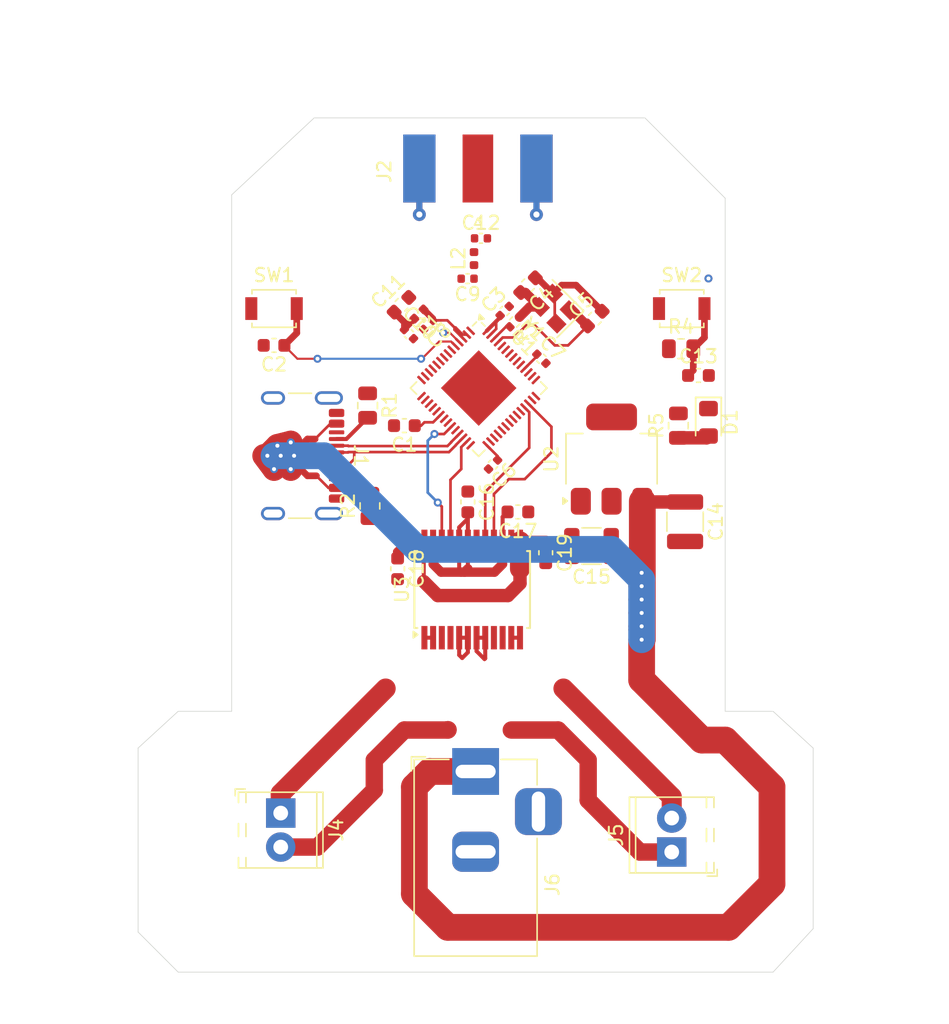
<source format=kicad_pcb>
(kicad_pcb (version 20240108) (generator "pcbnew") (generator_version "8.0")
  (layers (0 "F.Cu" signal) (1 "In1.Cu" power) (2 "In2.Cu" signal) (31 "B.Cu" signal) (34 "B.Paste" user) (35 "F.Paste" user) (36 "B.SilkS" user "B.Silkscreen") (37 "F.SilkS" user "F.Silkscreen") (38 "B.Mask" user) (39 "F.Mask" user) (44 "Edge.Cuts" user))
  (net 0 "")
  (net 1 "GND")
  (net 2 "+3.3V")
  (net 3 "IO0")
  (net 4 "Net-(C4-Pad2)")
  (net 5 "Net-(U1-XTAL_N)")
  (net 6 "+3.3VA")
  (net 7 "Net-(U1-LNA_IN)")
  (net 8 "Net-(J2-In)")
  (net 9 "ENABLE")
  (net 10 "Vin")
  (net 11 "Net-(D1-A)")
  (net 12 "Net-(J1-CC1)")
  (net 15 "D+")
  (net 18 "Net-(J1-CC2)")
  (net 21 "D-")
  (net 22 "Net-(J4-Pin_1)")
  (net 23 "Net-(J4-Pin_2)")
  (net 24 "Net-(J5-Pin_1)")
  (net 25 "Net-(J5-Pin_2)")
  (net 26 "Net-(U1-XTAL_P)")
  (net 63 "AIN_1")
  (net 64 "BIN_2")
  (net 65 "BIN_1")
  (net 66 "AIN_2")
  (footprint "Capacitor_SMD:C_0603_1608Metric" (layer "F.Cu") (at 149.495 85.95 -90)
    (property "Reference" "C16")
    (property "Value" "0.1uF")
  )
  (footprint "Capacitor_SMD:C_0402_1005Metric" (layer "F.Cu") (at 149.48 69.265 180)
    (property "Reference" "C9")
    (property "Value" "3.3p")
  )
  (footprint "Capacitor_SMD:C_0603_1608Metric" (layer "F.Cu") (at 144.533399 71.216601 45)
    (property "Reference" "C11")
    (property "Value" "10u")
  )
  (footprint "Capacitor_SMD:C_0603_1608Metric" (layer "F.Cu") (at 153.245 86.7 180)
    (property "Reference" "C17")
    (property "Value" "10uF")
  )
  (footprint "Crystal:Crystal_SMD_2520-4Pin_2.5x2.0mm" (layer "F.Cu") (at 156 71.5 135)
    (property "Reference" "Y1")
    (property "Value" "40MHz")
  )
  (footprint "Capacitor_SMD:C_0402_1005Metric" (layer "F.Cu") (at 150.48 66.25)
    (property "Reference" "C12")
    (property "Value" "3.3p")
  )
  (footprint "Connector_BarrelJack:BarrelJack_Horizontal" (layer "F.Cu") (at 150.08 106.1 90)
    (property "Reference" "J6")
    (property "Value" "Barrel_Jack_Switch")
  )
  (footprint "Capacitor_SMD:C_0402_1005Metric" (layer "F.Cu") (at 152.254091 71.677532 45)
    (property "Reference" "C3")
    (property "Value" "100n")
  )
  (footprint "TerminalBlock_Phoenix:TerminalBlock_Phoenix_MPT-0,5-2-2.54_1x02_P2.54mm_Horizontal" (layer "F.Cu") (at 164.75 112.12 90)
    (property "Reference" "J5")
    (property "Value" "Motor_2")
  )
  (footprint "Capacitor_SMD:C_0603_1608Metric" (layer "F.Cu") (at 154 69.75 -135)
    (property "Reference" "C4")
    (property "Value" "10p")
  )
  (footprint "Capacitor_SMD:C_0603_1608Metric" (layer "F.Cu") (at 155.325 89.75 -90)
    (property "Reference" "C19")
    (property "Value" "10uF")
  )
  (footprint "Package_DFN_QFN:QFN-56-1EP_7x7mm_P0.4mm_EP4x4mm" (layer "F.Cu") (at 150.309548 77.440452 -45)
    (property "Reference" "U1")
    (property "Value" "ESP32-S3")
  )
  (footprint "Button_Switch_SMD:SW_SPST_B3U-1000P" (layer "F.Cu") (at 135 71.5)
    (property "Reference" "SW1")
    (property "Value" "SW_Push")
  )
  (footprint "Capacitor_SMD:C_0402_1005Metric" (layer "F.Cu") (at 145.092947 73.407053 -45)
    (property "Reference" "C10")
    (property "Value" "100n")
  )
  (footprint "Capacitor_SMD:C_0603_1608Metric" (layer "F.Cu") (at 144.75 80.25 180)
    (property "Reference" "C1")
    (property "Value" "10u")
  )
  (footprint "Resistor_SMD:R_0805_2012Metric" (layer "F.Cu") (at 142.175 86.25 90)
    (property "Reference" "R2")
    (property "Value" "5.7k")
  )
  (footprint "Inductor_SMD:L_0402_1005Metric" (layer "F.Cu") (at 149.96 67.765 90)
    (property "Reference" "L2")
    (property "Value" "2.2n")
  )
  (footprint "Connector_Coaxial:SMA_Molex_73251-1153_EdgeMount_Horizontal" (layer "F.Cu") (at 150.25 62.75 -90)
    (property "Reference" "J2")
    (property "Value" "Conn_Coaxial")
  )
  (footprint "Resistor_SMD:R_0402_1005Metric" (layer "F.Cu") (at 153 72.5 -135)
    (property "Reference" "R3")
    (property "Value" "22k")
  )
  (footprint "Button_Switch_SMD:SW_SPST_B3U-1000P" (layer "F.Cu") (at 165.5 71.5)
    (property "Reference" "SW2")
    (property "Value" "SW_Push")
  )
  (footprint "Capacitor_SMD:C_0603_1608Metric" (layer "F.Cu") (at 135 74.249999 180)
    (property "Reference" "C2")
    (property "Value" "0.1u")
  )
  (footprint "Resistor_SMD:R_0805_2012Metric" (layer "F.Cu") (at 142 78.75 -90)
    (property "Reference" "R1")
    (property "Value" "5.7k")
  )
  (footprint "TerminalBlock_Phoenix:TerminalBlock_Phoenix_MPT-0,5-2-2.54_1x02_P2.54mm_Horizontal" (layer "F.Cu") (at 135.5 109.21 -90)
    (property "Reference" "J4")
    (property "Value" "Motor_1")
  )
  (footprint "Capacitor_SMD:C_0603_1608Metric" (layer "F.Cu") (at 166.75 76.5)
    (property "Reference" "C13")
    (property "Value" "10u")
  )
  (footprint "Capacitor_SMD:C_1210_3225Metric" (layer "F.Cu") (at 158.75 89.25 180)
    (property "Reference" "C15")
    (property "Value" "22u")
  )
  (footprint "Resistor_SMD:R_0805_2012Metric" (layer "F.Cu") (at 165.25 80.25 90)
    (property "Reference" "R5")
    (property "Value" "5.7k")
  )
  (footprint "Capacitor_SMD:C_0603_1608Metric" (layer "F.Cu") (at 159 72.25 45)
    (property "Reference" "C5")
    (property "Value" "10p")
  )
  (footprint "Capacitor_SMD:C_0402_1005Metric" (layer "F.Cu") (at 151.38435 83.153875 -135)
    (property "Reference" "C6")
    (property "Value" "100n")
  )
  (footprint "Capacitor_SMD:C_1210_3225Metric" (layer "F.Cu") (at 165.75 87.430001 -90)
    (property "Reference" "C14")
    (property "Value" "22u")
  )
  (footprint "Package_TO_SOT_SMD:SOT-223-3_TabPin2" (layer "F.Cu") (at 160.25 82.75 90)
    (property "Reference" "U2")
    (property "Value" "AMS1117-3.3")
  )
  (footprint "Resistor_SMD:R_0805_2012Metric" (layer "F.Cu") (at 165.45 74.5)
    (property "Reference" "R4")
    (property "Value" "5.7k")
  )
  (footprint "Inductor_SMD:L_0402_1005Metric" (layer "F.Cu") (at 145.842947 71.907053 -135)
    (property "Reference" "L1")
    (property "Value" "2.2n")
  )
  (footprint "Capacitor_SMD:C_0402_1005Metric" (layer "F.Cu") (at 146.533399 72.716601 -135)
    (property "Reference" "C8")
    (property "Value" "100n")
  )
  (footprint "Capacitor_SMD:C_0603_1608Metric" (layer "F.Cu") (at 144.245 90.95 -90)
    (property "Reference" "C18")
    (property "Value" "0.1uF")
  )
  (footprint "Package_SO:SSOP-24_5.3x8.2mm_P0.65mm" (layer "F.Cu") (at 149.825 92.5 90)
    (property "Reference" "U3")
    (property "Value" "TB6612FNG")
  )
  (footprint "Connector_USB:USB_C_Receptacle_GCT_USB4105-xx-A_16P_TopMnt_Horizontal" (layer "F.Cu") (at 136 82.5 -90)
    (property "Reference" "J1")
    (property "Value" "USB_C_Receptacle_USB2.0_16P")
  )
  (footprint "LED_SMD:LED_0805_2012Metric_Pad1.15x1.40mm_HandSolder" (layer "F.Cu") (at 167.5 80 -90)
    (property "Reference" "D1")
    (property "Value" "LED")
  )
  (footprint "Capacitor_SMD:C_0402_1005Metric" (layer "F.Cu") (at 155 75.25 -45)
    (property "Reference" "C7")
    (property "Value" "100n")
  )
  (gr_line (start 124.83 118.1) (end 127.83 121.1) (stroke (width 0.05)) (layer "Edge.Cuts"))
  (gr_line (start 172.33 121.1) (end 127.83 121.1) (stroke (width 0.05)) (layer "Edge.Cuts"))
  (gr_line (start 175.33 104.35) (end 172.33 101.6) (stroke (width 0.05)) (layer "Edge.Cuts"))
  (gr_line (start 131.83 63) (end 138 57.25) (stroke (width 0.05)) (layer "Edge.Cuts"))
  (gr_line (start 131.83 63) (end 131.83 101.6) (stroke (width 0.05)) (layer "Edge.Cuts"))
  (gr_line (start 124.83 118.1) (end 124.83 104.35) (stroke (width 0.05)) (layer "Edge.Cuts"))
  (gr_line (start 175.33 104.35) (end 175.33 117.85) (stroke (width 0.05)) (layer "Edge.Cuts"))
  (gr_line (start 131.83 101.6) (end 127.83 101.6) (stroke (width 0.05)) (layer "Edge.Cuts"))
  (gr_line (start 124.83 104.35) (end 127.83 101.6) (stroke (width 0.05)) (layer "Edge.Cuts"))
  (gr_line (start 168.75 101.600083) (end 172.33 101.6) (stroke (width 0.05)) (layer "Edge.Cuts"))
  (gr_line (start 168.75 63.25) (end 168.75 101.600083) (stroke (width 0.05)) (layer "Edge.Cuts"))
  (gr_line (start 168.75 63.25) (end 162.75 57.25) (stroke (width 0.05)) (layer "Edge.Cuts"))
  (gr_line (start 138 57.25) (end 162.75 57.25) (stroke (width 0.05)) (layer "Edge.Cuts"))
  (gr_line (start 175.33 117.85) (end 172.33 121.1) (stroke (width 0.05)) (layer "Edge.Cuts"))
  (segment (start 156 72.489949) (end 156 70.510051) (width 0.2) (layer "F.Cu") (net 1))
  (segment (start 154.548008 69.201992) (end 154.691941 69.201992) (width 0.5) (layer "F.Cu") (net 1))
  (segment (start 154.691941 69.201992) (end 155.876256 70.386307) (width 0.5) (layer "F.Cu") (net 1))
  (segment (start 134.25 74.274999) (end 134.225 74.249999) (width 0.1565) (layer "F.Cu") (net 1))
  (segment (start 159.548008 71.701992) (end 157.596016 69.75) (width 0.5) (layer "F.Cu") (net 1))
  (segment (start 157.596016 69.75) (end 156.512563 69.75) (width 0.5) (layer "F.Cu") (net 1))
  (segment (start 156 70.510051) (end 155.876256 70.386307) (width 0.2) (layer "F.Cu") (net 1))
  (segment (start 156.123744 72.613693) (end 156 72.489949) (width 0.2) (layer "F.Cu") (net 1))
  (segment (start 156.512563 69.75) (end 155.876256 70.386307) (width 0.5) (layer "F.Cu") (net 1))
  (segment (start 167.525 78.950001) (end 167.5 78.975001) (width 1) (layer "F.Cu") (net 1))
  (segment (start 148.849999 88.9) (end 148.849999 91.054999) (width 0.3) (layer "F.Cu") (net 2))
  (segment (start 153.739016 75.990883) (end 154.714823 75.015076) (width 0.2) (layer "F.Cu") (net 2))
  (segment (start 149.5 90.945) (end 149.245 91.2) (width 0.7) (layer "F.Cu") (net 2))
  (segment (start 146.9 88.9) (end 146.9 90.605) (width 0.3) (layer "F.Cu") (net 2))
  (segment (start 147.495 91.2) (end 148.995 91.2) (width 0.7) (layer "F.Cu") (net 2))
  (segment (start 151.617695 73.021035) (end 151.617695 72.455349) (width 0.2) (layer "F.Cu") (net 2))
  (segment (start 150.910588 81.718448) (end 151.723761 82.531621) (width 0.2) (layer "F.Cu") (net 2))
  (segment (start 152.1 87.07) (end 152.47 86.7) (width 0.3) (layer "F.Cu") (net 2))
  (segment (start 151.193431 73.445299) (end 151.617695 73.021035) (width 0.2) (layer "F.Cu") (net 2))
  (segment (start 146.901472 80) (end 146.25 80) (width 0.2) (layer "F.Cu") (net 2))
  (segment (start 150.910588 73.162456) (end 151.617695 72.455349) (width 0.3) (layer "F.Cu") (net 2))
  (segment (start 144.753536 73.067642) (end 144.753536 72.996464) (width 0.5) (layer "F.Cu") (net 2))
  (segment (start 148.995 91.2) (end 149.245 91.2) (width 0.7) (layer "F.Cu") (net 2))
  (segment (start 148.849999 87.850001) (end 149.5 87.2) (width 0.3) (layer "F.Cu") (net 2))
  (segment (start 154.714823 75.015076) (end 154.714823 74.84537) (width 0.2) (layer "F.Cu") (net 2))
  (segment (start 144.753536 73.067642) (end 144.753536 72.532754) (width 0.5) (layer "F.Cu") (net 2))
  (segment (start 144.753536 72.996464) (end 145.5 72.25) (width 0.5) (layer "F.Cu") (net 2))
  (segment (start 151.495 91.2) (end 152.1 90.595) (width 0.7) (layer "F.Cu") (net 2))
  (segment (start 149.5 86.73) (end 149.495 86.725) (width 0.3) (layer "F.Cu") (net 2))
  (segment (start 146 80.25) (end 145.525 80.25) (width 0.2) (layer "F.Cu") (net 2))
  (segment (start 146.9 90.605) (end 147.495 91.2) (width 0.7) (layer "F.Cu") (net 2))
  (segment (start 151.723761 82.531621) (end 151.723761 82.814464) (width 0.2) (layer "F.Cu") (net 2))
  (segment (start 149.5 87.2) (end 149.5 86.73) (width 0.3) (layer "F.Cu") (net 2))
  (segment (start 149.5 88.9) (end 149.5 90.945) (width 0.3) (layer "F.Cu") (net 2))
  (segment (start 148.849999 88.9) (end 148.849999 87.850001) (width 0.3) (layer "F.Cu") (net 2))
  (segment (start 148.849999 91.054999) (end 148.995 91.2) (width 0.3) (layer "F.Cu") (net 2))
  (segment (start 152.1 90.595) (end 152.1 88.900001) (width 0.3) (layer "F.Cu") (net 2))
  (segment (start 149.245 91.2) (end 151.495 91.2) (width 0.7) (layer "F.Cu") (net 2))
  (segment (start 160.512501 79.3375) (end 160.25 79.600001) (width 1) (layer "F.Cu") (net 2))
  (segment (start 151.91468 72.158364) (end 151.91468 72.016943) (width 0.3) (layer "F.Cu") (net 2))
  (segment (start 146.25 80) (end 146 80.25) (width 0.2) (layer "F.Cu") (net 2))
  (segment (start 152.1 88.900001) (end 152.1 87.07) (width 0.3) (layer "F.Cu") (net 2))
  (segment (start 144.753536 72.532754) (end 143.985391 71.764609) (width 0.5) (layer "F.Cu") (net 2))
  (segment (start 151.617695 72.455349) (end 151.91468 72.158364) (width 0.3) (layer "F.Cu") (net 2))
  (segment (start 149.5 88.9) (end 149.5 87.2) (width 0.3) (layer "F.Cu") (net 2))
  (segment (start 147.445766 79.455706) (end 146.901472 80) (width 0.2) (layer "F.Cu") (net 2))
  (segment (start 148.247907 73.964598) (end 147.35073 73.964598) (width 0.1565) (layer "F.Cu") (net 3))
  (segment (start 135.775 74.275) (end 135.775 74.249999) (width 0.1565) (layer "F.Cu") (net 3))
  (segment (start 147.35073 73.964598) (end 146.065328 75.25) (width 0.1565) (layer "F.Cu") (net 3))
  (segment (start 148.577136 74.293827) (end 148.247907 73.964598) (width 0.1565) (layer "F.Cu") (net 3))
  (segment (start 136.700001 73.324998) (end 135.775 74.249999) (width 0.5) (layer "F.Cu") (net 3))
  (segment (start 136.75 75.25) (end 135.775 74.275) (width 0.1565) (layer "F.Cu") (net 3))
  (segment (start 138.25 75.25) (end 136.75 75.25) (width 0.1565) (layer "F.Cu") (net 3))
  (segment (start 146.065328 75.25) (end 146 75.25) (width 0.1565) (layer "F.Cu") (net 3))
  (segment (start 136.700001 71.5) (end 136.700001 73.324998) (width 0.5) (layer "F.Cu") (net 3))
  (via (at 146 75.25) (size 0.6) (drill 0.3) (layers "F.Cu" "B.Cu") (net 3))
  (via (at 138.25 75.25) (size 0.6) (drill 0.3) (layers "F.Cu" "B.Cu") (net 3))
  (segment (start 146 75.25) (end 138.25 75.25) (width 0.1565) (layer "B.Cu") (net 3))
  (segment (start 154.886307 71.376256) (end 154.123744 71.376256) (width 0.7) (layer "F.Cu") (net 4))
  (segment (start 154.123744 71.376256) (end 153.360624 72.139376) (width 0.7) (layer "F.Cu") (net 4))
  (segment (start 153.451992 70.298008) (end 153.808059 70.298008) (width 0.7) (layer "F.Cu") (net 4))
  (segment (start 153.808059 70.298008) (end 154.886307 71.376256) (width 0.7) (layer "F.Cu") (net 4))
  (segment (start 152.964995 73.660005) (end 153.875 72.75) (width 0.2) (layer "F.Cu") (net 5))
  (segment (start 156 74.25) (end 157 74.25) (width 0.2) (layer "F.Cu") (net 5))
  (segment (start 154.5 72.75) (end 156 74.25) (width 0.2) (layer "F.Cu") (net 5))
  (segment (start 153.875 72.75) (end 154.5 72.75) (width 0.2) (layer "F.Cu") (net 5))
  (segment (start 157.113693 71.623744) (end 157.277728 71.623744) (width 0.7) (layer "F.Cu") (net 5))
  (segment (start 151.759117 74.010984) (end 152.110096 73.660005) (width 0.2) (layer "F.Cu") (net 5))
  (segment (start 152.110096 73.660005) (end 152.964995 73.660005) (width 0.2) (layer "F.Cu") (net 5))
  (segment (start 157 74.25) (end 158.451992 72.798008) (width 0.2) (layer "F.Cu") (net 5))
  (segment (start 157.277728 71.623744) (end 158.451992 72.798008) (width 0.7) (layer "F.Cu") (net 5))
  (segment (start 149.111469 73.445299) (end 148.583829 72.917659) (width 0.2) (layer "F.Cu") (net 6))
  (segment (start 147.959531 72.37719) (end 146.87281 72.37719) (width 0.2) (layer "F.Cu") (net 6))
  (segment (start 148.5 73.085319) (end 149.142822 73.728141) (width 0.2) (layer "F.Cu") (net 6))
  (segment (start 146.87281 72.37719) (end 146.87281 72.251022) (width 0.5) (layer "F.Cu") (net 6))
  (segment (start 148.5 72.917659) (end 147.959531 72.37719) (width 0.2) (layer "F.Cu") (net 6))
  (segment (start 148.5 72.917659) (end 148.5 73.085319) (width 0.2) (layer "F.Cu") (net 6))
  (segment (start 146.87281 72.251022) (end 146.185894 71.564106) (width 0.5) (layer "F.Cu") (net 6))
  (segment (start 148.583829 72.917659) (end 148.5 72.917659) (width 0.2) (layer "F.Cu") (net 6))
  (segment (start 149.425665 73.445299) (end 149.111469 73.445299) (width 0.2) (layer "F.Cu") (net 6))
  (segment (start 166.3625 76.1125) (end 165.975 76.5) (width 0.5) (layer "F.Cu") (net 9))
  (segment (start 167.2 73.6625) (end 166.3625 74.5) (width 0.5) (layer "F.Cu") (net 9))
  (segment (start 166.3625 74.5) (end 166.3625 76.1125) (width 0.5) (layer "F.Cu") (net 9))
  (segment (start 167.2 71.5) (end 167.2 73.6625) (width 0.5) (layer "F.Cu") (net 9))
  (segment (start 148.859979 74.010984) (end 148.152872 73.303877) (width 0.1565) (layer "F.Cu") (net 9))
  (segment (start 148.152872 73.303877) (end 147.657897 73.303877) (width 0.1565) (layer "F.Cu") (net 9))
  (via (at 167.5 69.25) (size 0.6) (drill 0.3) (layers "F.Cu" "B.Cu") (net 9))
  (via (at 147.657897 73.303877) (size 0.6) (drill 0.3) (layers "F.Cu" "B.Cu") (net 9))
  (segment (start 146.175 88.975) (end 146.25 88.9) (width 0.3) (layer "F.Cu") (net 10))
  (segment (start 162.5 93.25) (end 162.55 93.2) (width 2) (layer "F.Cu") (net 10))
  (segment (start 150.08 106.1) (end 146.65 106.1) (width 2) (layer "F.Cu") (net 10))
  (segment (start 146.65 106.1) (end 145.5 107.25) (width 2) (layer "F.Cu") (net 10))
  (segment (start 136.749999 82.5) (end 136.749999 82.000001) (width 0.5) (layer "F.Cu") (net 10))
  (segment (start 136.25 83.5) (end 135.5 82.5) (width 1.75) (layer "F.Cu") (net 10))
  (segment (start 162.55 95.3) (end 162.55 95.45) (width 2) (layer "F.Cu") (net 10))
  (segment (start 162.5 92.25) (end 162.55 92.2) (width 2) (layer "F.Cu") (net 10))
  (segment (start 162.605 85.955) (end 162.55 85.9) (width 1) (layer "F.Cu") (net 10))
  (segment (start 162.55 94.3) (end 162.5 94.25) (width 2) (layer "F.Cu") (net 10))
  (segment (start 137.5 84) (end 136.75 83.25) (width 0.5) (layer "F.Cu") (net 10))
  (segment (start 136.25 81.5) (end 135.25 81.75) (width 1.75) (layer "F.Cu") (net 10))
  (segment (start 162.55 93.3) (end 162.5 93.25) (width 2) (layer "F.Cu") (net 10))
  (segment (start 139.222588 80.1) (end 139.679999 80.1) (width 0.2) (layer "F.Cu") (net 10))
  (segment (start 145.5 115.25) (end 148 117.75) (width 2) (layer "F.Cu") (net 10))
  (segment (start 162.55 96.2) (end 162.55 95.55) (width 2) (layer "F.Cu") (net 10))
  (segment (start 162.5 99.25) (end 162.5 96.25) (width 2) (layer "F.Cu") (net 10))
  (segment (start 137.5 81.250001) (end 138.07259 81.25) (width 0.5) (layer "F.Cu") (net 10))
  (segment (start 153.4 90.95) (end 153.4 92.045) (width 1) (layer "F.Cu") (net 10))
  (segment (start 136.749999 82.5) (end 136.5 82.5) (width 1.75) (layer "F.Cu") (net 10))
  (segment (start 162.55 93.2) (end 162.55 92.3) (width 2) (layer "F.Cu") (net 10))
  (segment (start 146.2 88.95) (end 146.2 91.905) (width 0.3) (layer "F.Cu") (net 10))
  (segment (start 162.55 94.2) (end 162.55 93.3) (width 2) (layer "F.Cu") (net 10))
  (segment (start 168.75 103.75) (end 167 103.75) (width 2) (layer "F.Cu") (net 10))
  (segment (start 167 103.75) (end 162.5 99.25) (width 2) (layer "F.Cu") (net 10))
  (segment (start 162.55 91.3) (end 162.5 91.25) (width 2) (layer "F.Cu") (net 10))
  (segment (start 138.07259 81.25) (end 139.222588 80.1) (width 0.2) (layer "F.Cu") (net 10))
  (segment (start 162.55 95.2) (end 162.5 95.25) (width 2) (layer "F.Cu") (net 10))
  (segment (start 146.25 88.9) (end 146.2 88.95) (width 0.3) (layer "F.Cu") (net 10))
  (segment (start 162.5 94.25) (end 162.55 94.2) (width 2) (layer "F.Cu") (net 10))
  (segment (start 172.25 114.5) (end 172.25 107.25) (width 2) (layer "F.Cu") (net 10))
  (segment (start 162.5 95.25) (end 162.55 95.3) (width 2) (layer "F.Cu") (net 10))
  (segment (start 162.5 96.25) (end 162.55 96.2) (width 2) (layer "F.Cu") (net 10))
  (segment (start 153.4 90.95) (end 153.4 88.9) (width 1.5) (layer "F.Cu") (net 10))
  (segment (start 147.245 92.95) (end 146.2 91.905) (width 1) (layer "F.Cu") (net 10))
  (segment (start 135.5 82.5) (end 136.25 81.5) (width 1.75) (layer "F.Cu") (net 10))
  (segment (start 172.25 107.25) (end 168.75 103.75) (width 2) (layer "F.Cu") (net 10))
  (segment (start 152.495 92.95) (end 147.245 92.95) (width 1) (layer "F.Cu") (net 10))
  (segment (start 134.5 82.5) (end 135 83.5) (width 1.75) (layer "F.Cu") (net 10))
  (segment (start 135 83.5) (end 134.25 82.5) (width 1.75) (layer "F.Cu") (net 10))
  (segment (start 144.245 90.175) (end 144.245 89.7) (width 0.7) (layer "F.Cu") (net 10))
  (segment (start 148 117.75) (end 169 117.75) (width 2) (layer "F.Cu") (net 10))
  (segment (start 162.55 94.45) (end 162.55 95.2) (width 2) (layer "F.Cu") (net 10))
  (segment (start 145.045 88.9) (end 146.125 88.9) (width 0.7) (layer "F.Cu") (net 10))
  (segment (start 138.169593 84) (end 137.5 84) (width 0.5) (layer "F.Cu") (net 10))
  (segment (start 165.75 85.955) (end 162.605 85.955) (width 1) (layer "F.Cu") (net 10))
  (segment (start 169 117.75) (end 172.25 114.5) (width 2) (layer "F.Cu") (net 10))
  (segment (start 136.5 82.5) (end 136.25 83.5) (width 1.75) (layer "F.Cu") (net 10))
  (segment (start 139.069592 84.9) (end 139.679999 84.9) (width 0.2) (layer "F.Cu") (net 10))
  (segment (start 136.75 83.25) (end 136.749999 82.5) (width 0.5) (layer "F.Cu") (net 10))
  (segment (start 153.475 88.975) (end 153.4 88.9) (width 1) (layer "F.Cu") (net 10))
  (segment (start 162.55 95.55) (end 162.5 95.5) (width 2) (layer "F.Cu") (net 10))
  (segment (start 162.55 91.2) (end 162.55 85.9) (width 2) (layer "F.Cu") (net 10))
  (segment (start 144.245 89.7) (end 145.045 88.9) (width 0.7) (layer "F.Cu") (net 10))
  (segment (start 136.749999 82.000001) (end 137.5 81.250001) (width 0.5) (layer "F.Cu") (net 10))
  (segment (start 162.55 92.3) (end 162.5 92.25) (width 2) (layer "F.Cu") (net 10))
  (segment (start 145.5 107.25) (end 145.5 115.25) (width 2) (layer "F.Cu") (net 10))
  (segment (start 139.069592 84.9) (end 138.169593 84) (width 0.2) (layer "F.Cu") (net 10))
  (segment (start 162.5 91.25) (end 162.55 91.2) (width 2) (layer "F.Cu") (net 10))
  (segment (start 162.55 94.45) (end 162.55 94.3) (width 2) (layer "F.Cu") (net 10))
  (segment (start 153.4 92.045) (end 152.495 92.95) (width 1) (layer "F.Cu") (net 10))
  (segment (start 162.55 92.2) (end 162.55 91.3) (width 2) (layer "F.Cu") (net 10))
  (segment (start 155.325 88.975) (end 153.475 88.975) (width 1) (layer "F.Cu") (net 10))
  (segment (start 135.25 81.75) (end 134.5 82.5) (width 1.75) (layer "F.Cu") (net 10))
  (segment (start 162.55 95.45) (end 162.5 95.5) (width 2) (layer "F.Cu") (net 10))
  (via (at 136.25 83.5) (size 0.6) (drill 0.3) (layers "F.Cu" "B.Cu") (net 10))
  (via (at 162.5 95.25) (size 0.6) (drill 0.3) (layers "F.Cu" "B.Cu") (net 10))
  (via (at 135.25 81.75) (size 0.6) (drill 0.3) (layers "F.Cu" "B.Cu") (net 10))
  (via (at 162.5 94.25) (size 0.6) (drill 0.3) (layers "F.Cu" "B.Cu") (net 10))
  (via (at 162.5 96.25) (size 0.6) (drill 0.3) (layers "F.Cu" "B.Cu") (net 10))
  (via (at 135 83.5) (size 0.6) (drill 0.3) (layers "F.Cu" "B.Cu") (net 10))
  (via (at 162.5 92.25) (size 0.6) (drill 0.3) (layers "F.Cu" "B.Cu") (net 10))
  (via (at 135.5 82.5) (size 0.6) (drill 0.3) (layers "F.Cu" "B.Cu") (net 10))
  (via (at 134.5 82.5) (size 0.6) (drill 0.3) (layers "F.Cu" "B.Cu") (net 10))
  (via (at 136.5 82.5) (size 0.6) (drill 0.3) (layers "F.Cu" "B.Cu") (net 10))
  (via (at 136.25 81.5) (size 0.6) (drill 0.3) (layers "F.Cu" "B.Cu") (net 10))
  (via (at 162.5 93.25) (size 0.6) (drill 0.3) (layers "F.Cu" "B.Cu") (net 10))
  (via (at 162.5 91.25) (size 0.6) (drill 0.3) (layers "F.Cu" "B.Cu") (net 10))
  (segment (start 162.5 91.75) (end 160.25 89.5) (width 2) (layer "B.Cu") (net 10))
  (segment (start 138.75 82.5) (end 135 82.5) (width 2) (layer "B.Cu") (net 10))
  (segment (start 162.5 96.25) (end 162.5 91.75) (width 2) (layer "B.Cu") (net 10))
  (segment (start 160.25 89.5) (end 145.75 89.5) (width 2) (layer "B.Cu") (net 10))
  (segment (start 145.75 89.5) (end 138.75 82.5) (width 2) (layer "B.Cu") (net 10))
  (segment (start 167.362499 81.1625) (end 167.5 81.024999) (width 1) (layer "F.Cu") (net 11))
  (segment (start 165.25 81.1625) (end 167.362499 81.1625) (width 1) (layer "F.Cu") (net 11))
  (segment (start 140.4125 81.25) (end 142 79.6625) (width 0.3) (layer "F.Cu") (net 12))
  (segment (start 139.679999 81.25) (end 140.4125 81.25) (width 0.3) (layer "F.Cu") (net 12))
  (segment (start 140.567501 82.225) (end 140.542501 82.25) (width 0.2) (layer "F.Cu") (net 15))
  (segment (start 148.089063 82.225) (end 145.440419 82.225) (width 0.2) (layer "F.Cu") (net 15))
  (segment (start 141 82.75) (end 141 82.225) (width 0.2) (layer "F.Cu") (net 15))
  (segment (start 148.606348 81.689237) (end 148.606348 81.707715) (width 0.2) (layer "F.Cu") (net 15))
  (segment (start 140.5 83.25) (end 141 82.75) (width 0.2) (layer "F.Cu") (net 15))
  (segment (start 149.142822 81.152763) (end 148.606348 81.689237) (width 0.2) (layer "F.Cu") (net 15))
  (segment (start 139.68 83.25) (end 140.5 83.25) (width 0.2) (layer "F.Cu") (net 15))
  (segment (start 141 82.225) (end 140.567501 82.225) (width 0.2) (layer "F.Cu") (net 15))
  (segment (start 144.485881 82.225) (end 141 82.225) (width 0.2) (layer "F.Cu") (net 15))
  (segment (start 145.440419 82.225) (end 144.485881 82.225) (width 0.2) (layer "F.Cu") (net 15))
  (segment (start 148.606348 81.707715) (end 148.089063 82.225) (width 0.2) (layer "F.Cu") (net 15))
  (segment (start 140.542501 82.25) (end 139.68 82.25) (width 0.2) (layer "F.Cu") (net 15))
  (segment (start 139.68 84.25) (end 141.0875 84.25) (width 0.3) (layer "F.Cu") (net 18))
  (segment (start 141.0875 84.25) (end 142.175 85.3375) (width 0.3) (layer "F.Cu") (net 18))
  (segment (start 145.440419 81.775) (end 144.485881 81.775) (width 0.2) (layer "F.Cu") (net 21))
  (segment (start 148.25 81.479899) (end 148.25 81.498377) (width 0.2) (layer "F.Cu") (net 21))
  (segment (start 138.75 82.5) (end 138.75 82) (width 0.2) (layer "F.Cu") (net 21))
  (segment (start 147.973377 81.775) (end 145.440419 81.775) (width 0.2) (layer "F.Cu") (net 21))
  (segment (start 144.485881 81.775) (end 140.567501 81.775) (width 0.2) (layer "F.Cu") (net 21))
  (segment (start 140.542501 81.75) (end 139.68 81.75) (width 0.2) (layer "F.Cu") (net 21))
  (segment (start 139 81.75) (end 139.68 81.75) (width 0.2) (layer "F.Cu") (net 21))
  (segment (start 138.75 82) (end 139 81.75) (width 0.2) (layer "F.Cu") (net 21))
  (segment (start 148.859979 80.86992) (end 148.25 81.479899) (width 0.2) (layer "F.Cu") (net 21))
  (segment (start 139.68 82.75) (end 139 82.75) (width 0.2) (layer "F.Cu") (net 21))
  (segment (start 140.567501 81.775) (end 140.542501 81.75) (width 0.2) (layer "F.Cu") (net 21))
  (segment (start 139 82.75) (end 138.75 82.5) (width 0.2) (layer "F.Cu") (net 21))
  (segment (start 148.25 81.498377) (end 147.973377 81.775) (width 0.2) (layer "F.Cu") (net 21))
  (segment (start 135.5 107.75) (end 135.5 109.21) (width 1.5) (layer "F.Cu") (net 22))
  (segment (start 143.35 99.9) (end 135.5 107.75) (width 1.5) (layer "F.Cu") (net 22))
  (segment (start 146.9 96.1) (end 146.25 96.1) (width 0.3) (layer "F.Cu") (net 22))
  (segment (start 142.5 105.25) (end 144.75 103) (width 1.3) (layer "F.Cu") (net 23))
  (segment (start 148.849999 97.394999) (end 149.075 97.62) (width 0.3) (layer "F.Cu") (net 23))
  (segment (start 138.25 111.75) (end 142.5 107.5) (width 1.3) (layer "F.Cu") (net 23))
  (segment (start 135.5 111.75) (end 138.25 111.75) (width 1.3) (layer "F.Cu") (net 23))
  (segment (start 148.849999 96.1) (end 148.849999 97.394999) (width 0.3) (layer "F.Cu") (net 23))
  (segment (start 149.5 96.1) (end 149.5 97.195) (width 0.3) (layer "F.Cu") (net 23))
  (segment (start 148.849999 96.1) (end 149.5 96.1) (width 0.3) (layer "F.Cu") (net 23))
  (segment (start 149.5 97.195) (end 149.075 97.62) (width 0.3) (layer "F.Cu") (net 23))
  (segment (start 144.75 103) (end 148 103) (width 1.3) (layer "F.Cu") (net 23))
  (segment (start 148 103) (end 148 102.979999) (width 1.3) (layer "F.Cu") (net 23))
  (segment (start 148 102.979999) (end 148.020001 102.979999) (width 1.3) (layer "F.Cu") (net 23))
  (segment (start 142.5 107.5) (end 142.5 105.25) (width 1.3) (layer "F.Cu") (net 23))
  (segment (start 150.15 97.105) (end 150.745 97.7) (width 0.3) (layer "F.Cu") (net 24))
  (segment (start 156.25 103) (end 152.75 103) (width 1.3) (layer "F.Cu") (net 24))
  (segment (start 150.15 96.1) (end 150.15 97.105) (width 0.3) (layer "F.Cu") (net 24))
  (segment (start 164.75 112.12) (end 162.37 112.12) (width 1.3) (layer "F.Cu") (net 24))
  (segment (start 150.800001 97.644999) (end 150.745 97.7) (width 0.3) (layer "F.Cu") (net 24))
  (segment (start 158.5 108.25) (end 158.5 105.25) (width 1.3) (layer "F.Cu") (net 24))
  (segment (start 150.15 96.1) (end 150.800001 96.1) (width 0.3) (layer "F.Cu") (net 24))
  (segment (start 150.800001 96.1) (end 150.800001 97.644999) (width 0.3) (layer "F.Cu") (net 24))
  (segment (start 158.5 105.25) (end 156.25 103) (width 1.3) (layer "F.Cu") (net 24))
  (segment (start 162.37 112.12) (end 158.5 108.25) (width 1.3) (layer "F.Cu") (net 24))
  (segment (start 152.75 96.1) (end 153.4 96.1) (width 0.3) (layer "F.Cu") (net 25))
  (segment (start 164.75 108) (end 164.75 109.58) (width 1.5) (layer "F.Cu") (net 25))
  (segment (start 156.65 99.9) (end 164.75 108) (width 1.5) (layer "F.Cu") (net 25))
  (segment (start 152.343791 72.860624) (end 152.639376 72.860624) (width 0.2) (layer "F.Cu") (net 26))
  (segment (start 151.476274 73.728141) (end 152.343791 72.860624) (width 0.2) (layer "F.Cu") (net 26))
  (segment (start 148.2 84.3) (end 148.2 88.9) (width 0.2) (layer "F.Cu") (net 63))
  (segment (start 149.006348 83.493652) (end 148.2 84.3) (width 0.2) (layer "F.Cu") (net 63))
  (segment (start 149.425665 81.435605) (end 149.006348 81.854922) (width 0.2) (layer "F.Cu") (net 63))
  (segment (start 149.006348 81.854922) (end 149.006348 83.493652) (width 0.2) (layer "F.Cu") (net 63))
  (segment (start 151.495 88.855) (end 151.45 88.9) (width 0.2) (layer "F.Cu") (net 64))
  (segment (start 154.021859 78.607178) (end 155.75 80.33532) (width 0.2) (layer "F.Cu") (net 64))
  (segment (start 155.75 82.25) (end 153.75 84.25) (width 0.2) (layer "F.Cu") (net 64))
  (segment (start 152.5625 84.25) (end 151.45 85.3625) (width 0.2) (layer "F.Cu") (net 64))
  (segment (start 151.45 85.3625) (end 151.45 88.9) (width 0.2) (layer "F.Cu") (net 64))
  (segment (start 153.75 84.25) (end 152.5625 84.25) (width 0.2) (layer "F.Cu") (net 64))
  (segment (start 155.75 80.33532) (end 155.75 82.25) (width 0.2) (layer "F.Cu") (net 64))
  (segment (start 154.089995 81.910005) (end 150.800001 85.199999) (width 0.2) (layer "F.Cu") (net 65))
  (segment (start 150.800001 85.199999) (end 150.800001 88.9) (width 0.2) (layer "F.Cu") (net 65))
  (segment (start 153.739016 78.890021) (end 154.089995 79.241) (width 0.2) (layer "F.Cu") (net 65))
  (segment (start 154.089995 79.241) (end 154.089995 81.910005) (width 0.2) (layer "F.Cu") (net 65))
  (segment (start 147.55 86.3) (end 147.55 88.900001) (width 0.2) (layer "F.Cu") (net 66))
  (segment (start 147.723528 80.875) (end 148.294294 80.304234) (width 0.2) (layer "F.Cu") (net 66))
  (segment (start 147 80.875) (end 147.723528 80.875) (width 0.2) (layer "F.Cu") (net 66))
  (segment (start 147.25 86) (end 147.55 86.3) (width 0.2) (layer "F.Cu") (net 66))
  (via (at 147 80.875) (size 0.6) (drill 0.3) (layers "F.Cu" "B.Cu") (net 66))
  (via (at 147.25 86) (size 0.6) (drill 0.3) (layers "F.Cu" "B.Cu") (net 66))
  (segment (start 146.5 81.375) (end 146.5 85.25) (width 0.2) (layer "B.Cu") (net 66))
  (segment (start 146.5 85.25) (end 147.25 86) (width 0.2) (layer "B.Cu") (net 66))
  (segment (start 147 80.875) (end 146.5 81.375) (width 0.2) (layer "B.Cu") (net 66))
)
</source>
